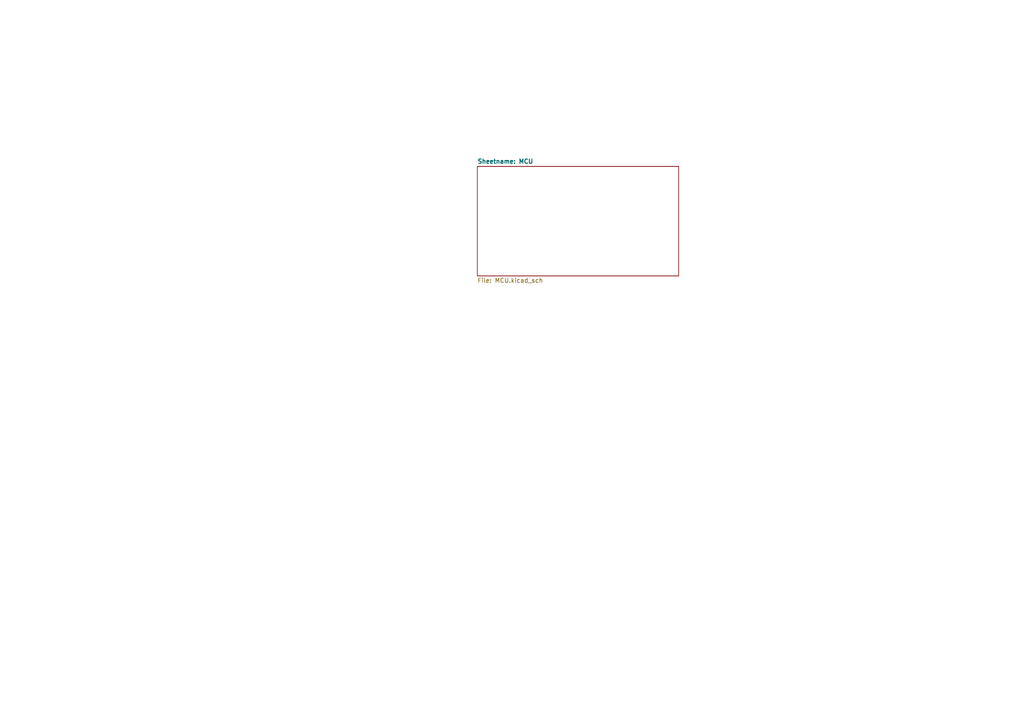
<source format=kicad_sch>
(kicad_sch
	(version 20231120)
	(generator "eeschema")
	(generator_version "8.0")
	(uuid "a6b7db5d-4112-4c01-9772-3f374ef07d77")
	(paper "A4")
	(title_block
		(title "Practice PCB Project SCH-001")
		(rev "A1")
		(company "Tudor Donca")
	)
	(lib_symbols)
	(sheet
		(at 138.43 48.26)
		(size 58.42 31.75)
		(fields_autoplaced yes)
		(stroke
			(width 0.1524)
			(type solid)
		)
		(fill
			(color 0 0 0 0.0000)
		)
		(uuid "6912649d-b64a-4ac9-b454-d598d21dc80a")
		(property "Sheetname" "MCU"
			(at 138.43 47.5484 0)
			(show_name yes)
			(effects
				(font
					(size 1.27 1.27)
					(bold yes)
				)
				(justify left bottom)
			)
		)
		(property "Sheetfile" "MCU.kicad_sch"
			(at 138.43 80.5946 0)
			(effects
				(font
					(size 1.27 1.27)
				)
				(justify left top)
			)
		)
		(instances
			(project "First_Project_Leds_M0"
				(path "/a6b7db5d-4112-4c01-9772-3f374ef07d77"
					(page "3")
				)
			)
		)
	)
	(sheet_instances
		(path "/"
			(page "1")
		)
	)
)
</source>
